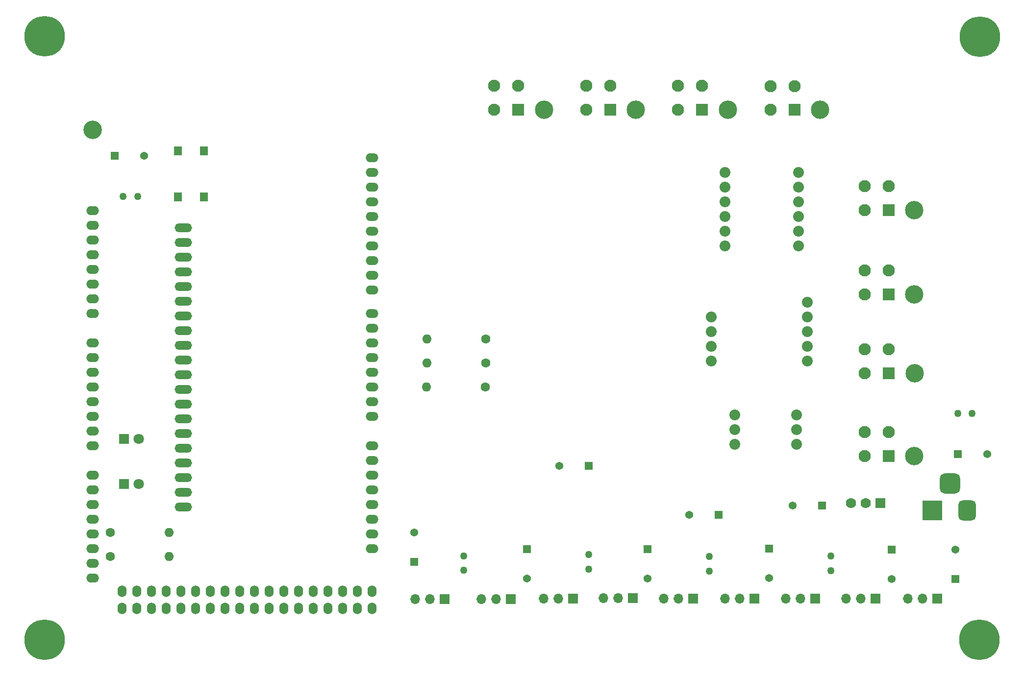
<source format=gts>
%TF.GenerationSoftware,KiCad,Pcbnew,7.0.7*%
%TF.CreationDate,2023-11-29T15:56:53-06:00*%
%TF.ProjectId,MDCM,4d44434d-2e6b-4696-9361-645f70636258,rev?*%
%TF.SameCoordinates,Original*%
%TF.FileFunction,Soldermask,Top*%
%TF.FilePolarity,Negative*%
%FSLAX46Y46*%
G04 Gerber Fmt 4.6, Leading zero omitted, Abs format (unit mm)*
G04 Created by KiCad (PCBNEW 7.0.7) date 2023-11-29 15:56:53*
%MOMM*%
%LPD*%
G01*
G04 APERTURE LIST*
G04 Aperture macros list*
%AMRoundRect*
0 Rectangle with rounded corners*
0 $1 Rounding radius*
0 $2 $3 $4 $5 $6 $7 $8 $9 X,Y pos of 4 corners*
0 Add a 4 corners polygon primitive as box body*
4,1,4,$2,$3,$4,$5,$6,$7,$8,$9,$2,$3,0*
0 Add four circle primitives for the rounded corners*
1,1,$1+$1,$2,$3*
1,1,$1+$1,$4,$5*
1,1,$1+$1,$6,$7*
1,1,$1+$1,$8,$9*
0 Add four rect primitives between the rounded corners*
20,1,$1+$1,$2,$3,$4,$5,0*
20,1,$1+$1,$4,$5,$6,$7,0*
20,1,$1+$1,$6,$7,$8,$9,0*
20,1,$1+$1,$8,$9,$2,$3,0*%
G04 Aperture macros list end*
%ADD10R,1.371600X1.371600*%
%ADD11C,1.371600*%
%ADD12R,1.700000X1.700000*%
%ADD13O,1.700000X1.700000*%
%ADD14C,3.197860*%
%ADD15O,2.199640X1.524000*%
%ADD16O,2.197100X1.524000*%
%ADD17O,1.539240X1.998980*%
%ADD18O,1.536700X1.998980*%
%ADD19C,3.180000*%
%ADD20R,2.100000X2.100000*%
%ADD21C,2.100000*%
%ADD22R,1.778000X1.778000*%
%ADD23C,1.778000*%
%ADD24C,7.000000*%
%ADD25C,1.600000*%
%ADD26O,1.600000X1.600000*%
%ADD27C,1.870000*%
%ADD28R,1.400000X1.600000*%
%ADD29R,1.800000X1.800000*%
%ADD30C,1.800000*%
%ADD31C,1.270000*%
%ADD32O,3.000000X1.500000*%
%ADD33R,3.500000X3.500000*%
%ADD34RoundRect,0.750000X0.750000X1.000000X-0.750000X1.000000X-0.750000X-1.000000X0.750000X-1.000000X0*%
%ADD35RoundRect,0.875000X0.875000X0.875000X-0.875000X0.875000X-0.875000X-0.875000X0.875000X-0.875000X0*%
G04 APERTURE END LIST*
D10*
%TO.C,C7*%
X234120000Y-133320000D03*
D11*
X234120000Y-128240000D03*
%TD*%
D12*
%TO.C,Zone 6*%
X199355000Y-136735000D03*
D13*
X196815000Y-136735000D03*
X194275000Y-136735000D03*
%TD*%
D10*
%TO.C,C10*%
X201910000Y-128080000D03*
D11*
X201910000Y-133160000D03*
%TD*%
D14*
%TO.C,J1*%
X85040000Y-55680000D03*
D15*
X85040000Y-69650000D03*
X85040000Y-72190000D03*
X85040000Y-74730000D03*
X85040000Y-77270000D03*
X85040000Y-79810000D03*
X85040000Y-82350000D03*
X85040000Y-84890000D03*
X85040000Y-87430000D03*
X85040000Y-92510000D03*
X85040000Y-95050000D03*
X85040000Y-97590000D03*
X85040000Y-100130000D03*
X85040000Y-102670000D03*
X85040000Y-105210000D03*
X85040000Y-107750000D03*
X85040000Y-110290000D03*
X85040000Y-115370000D03*
X85040000Y-117910000D03*
X85040000Y-120450000D03*
D16*
X85040000Y-122990000D03*
X85040000Y-125530000D03*
X85040000Y-128070000D03*
X85040000Y-130610000D03*
X85040000Y-133150000D03*
D17*
X90120000Y-135441080D03*
X92660000Y-135441080D03*
X95200000Y-135441080D03*
X97740000Y-135441080D03*
X100280000Y-135441080D03*
X102820000Y-135441080D03*
X105360000Y-135441080D03*
X107900000Y-135441080D03*
X110440000Y-135441080D03*
X112980000Y-135441080D03*
X115520000Y-135441080D03*
X118060000Y-135441080D03*
X120600000Y-135441080D03*
X123140000Y-135441080D03*
X125680000Y-135441080D03*
X128220000Y-135441080D03*
X130760000Y-135441080D03*
X133300000Y-135441080D03*
D18*
X90120000Y-138476380D03*
X92660000Y-138476380D03*
X95200000Y-138476380D03*
X97740000Y-138476380D03*
X100280000Y-138476380D03*
X102820000Y-138476380D03*
X105360000Y-138476380D03*
X107900000Y-138476380D03*
X110440000Y-138476380D03*
X112980000Y-138476380D03*
X115520000Y-138476380D03*
X118060000Y-138476380D03*
X120600000Y-138476380D03*
X123140000Y-138476380D03*
X125680000Y-138476380D03*
X128220000Y-138476380D03*
X130760000Y-138476380D03*
X133300000Y-138476380D03*
D16*
X133300000Y-128070000D03*
X133300000Y-125530000D03*
X133300000Y-122990000D03*
X133300000Y-120450000D03*
X133300000Y-117910000D03*
X133300000Y-115370000D03*
X133300000Y-112830000D03*
X133300000Y-110290000D03*
X133300000Y-105210000D03*
X133300000Y-102670000D03*
X133300000Y-100130000D03*
X133300000Y-97590000D03*
X133300000Y-95050000D03*
X133300000Y-92510000D03*
X133300000Y-89970000D03*
X133300000Y-87430000D03*
X133300000Y-83366000D03*
X133300000Y-80826000D03*
X133300000Y-78286000D03*
X133300000Y-75746000D03*
X133300000Y-73206000D03*
X133300000Y-70666000D03*
X133300000Y-68126000D03*
X133300000Y-65586000D03*
X133300000Y-63046000D03*
X133300000Y-60506000D03*
%TD*%
D10*
%TO.C,C11*%
X223080000Y-128250000D03*
D11*
X223080000Y-133330000D03*
%TD*%
D19*
%TO.C,Airflow sensor 8*%
X226980000Y-69580000D03*
D20*
X222530000Y-69580000D03*
D21*
X218390000Y-65440000D03*
X222530000Y-65440000D03*
X218390000Y-69580000D03*
%TD*%
D12*
%TO.C,Zone 4*%
X178410000Y-136700000D03*
D13*
X175870000Y-136700000D03*
X173330000Y-136700000D03*
%TD*%
D19*
%TO.C,Airflow sensor 7*%
X227000000Y-84140000D03*
D20*
X222550000Y-84140000D03*
D21*
X218410000Y-80000000D03*
X222550000Y-80000000D03*
X218410000Y-84140000D03*
%TD*%
D12*
%TO.C,Zone 8*%
X220285000Y-136735000D03*
D13*
X217745000Y-136735000D03*
X215205000Y-136735000D03*
%TD*%
D22*
%TO.C,U4*%
X221120000Y-120220000D03*
D23*
X218580000Y-120220000D03*
X216040000Y-120220000D03*
%TD*%
D10*
%TO.C,C8*%
X160060000Y-128219900D03*
D11*
X160060000Y-133299900D03*
%TD*%
D12*
%TO.C,Zone 3*%
X168070000Y-136730000D03*
D13*
X165530000Y-136730000D03*
X162990000Y-136730000D03*
%TD*%
D24*
%TO.C,H1*%
X76780000Y-39550000D03*
%TD*%
D19*
%TO.C,Airflow sensor 1*%
X163040000Y-52270000D03*
D20*
X158590000Y-52270000D03*
D21*
X154450000Y-48130000D03*
X158590000Y-48130000D03*
X154450000Y-52270000D03*
%TD*%
D25*
%TO.C,R4*%
X88090000Y-129450000D03*
D26*
X98250000Y-129450000D03*
%TD*%
D10*
%TO.C,C1*%
X234480000Y-111760000D03*
D11*
X239560000Y-111760000D03*
%TD*%
D27*
%TO.C,U5*%
X194260000Y-63060000D03*
X194260000Y-65600000D03*
X194260000Y-68140000D03*
X194260000Y-70680000D03*
X194260000Y-73220000D03*
X194260000Y-75760000D03*
X206960000Y-75760000D03*
X206960000Y-73220000D03*
X206960000Y-70680000D03*
X206960000Y-68140000D03*
X206960000Y-65600000D03*
X206960000Y-63060000D03*
%TD*%
D24*
%TO.C,H3*%
X238270000Y-143840000D03*
%TD*%
D19*
%TO.C,Airflow sensor 5*%
X227010000Y-112120000D03*
D20*
X222560000Y-112120000D03*
D21*
X218420000Y-107980000D03*
X222560000Y-107980000D03*
X218420000Y-112120000D03*
%TD*%
D28*
%TO.C,SW1*%
X104310000Y-59360000D03*
X104310000Y-67360000D03*
X99810000Y-59360000D03*
X99810000Y-67360000D03*
%TD*%
D19*
%TO.C,Airflow sensor 4*%
X210720000Y-52290000D03*
D20*
X206270000Y-52290000D03*
D21*
X202130000Y-48150000D03*
X206270000Y-48150000D03*
X202130000Y-52290000D03*
%TD*%
D24*
%TO.C,H2*%
X76780000Y-143830000D03*
%TD*%
D12*
%TO.C,Zone 1*%
X145890000Y-136870000D03*
D13*
X143350000Y-136870000D03*
X140810000Y-136870000D03*
%TD*%
D29*
%TO.C,D1*%
X90465000Y-109170000D03*
D30*
X93005000Y-109170000D03*
%TD*%
D31*
%TO.C,C2*%
X234490000Y-104720000D03*
X236990000Y-104720000D03*
%TD*%
D10*
%TO.C,C16*%
X211020100Y-120650000D03*
D11*
X205940100Y-120650000D03*
%TD*%
D27*
%TO.C,U6*%
X206690000Y-110080000D03*
X206690000Y-107540000D03*
X206690000Y-105000000D03*
X196022000Y-105025400D03*
X196022000Y-107565400D03*
X196022000Y-110105400D03*
%TD*%
%TO.C,U3*%
X191911200Y-88090300D03*
X191911200Y-90630300D03*
X191911200Y-93170300D03*
X191911200Y-95710300D03*
X208471200Y-95720300D03*
X208471200Y-93180300D03*
X208471200Y-90640300D03*
X208471200Y-88100300D03*
X208471200Y-85560300D03*
%TD*%
D31*
%TO.C,C15*%
X212580000Y-131900000D03*
X212580000Y-129400000D03*
%TD*%
D19*
%TO.C,Airflow sensor 6*%
X227030000Y-97780000D03*
D20*
X222580000Y-97780000D03*
D21*
X218440000Y-93640000D03*
X222580000Y-93640000D03*
X218440000Y-97780000D03*
%TD*%
D10*
%TO.C,C9*%
X180930000Y-128210000D03*
D11*
X180930000Y-133290000D03*
%TD*%
D12*
%TO.C,Plenum*%
X230955000Y-136725000D03*
D13*
X228415000Y-136725000D03*
X225875000Y-136725000D03*
%TD*%
D31*
%TO.C,C12*%
X149130000Y-131860000D03*
X149130000Y-129360000D03*
%TD*%
D32*
%TO.C,U7*%
X100760000Y-120909200D03*
X100760000Y-118369200D03*
X100760000Y-115829200D03*
X100760000Y-113289200D03*
X100760000Y-110749200D03*
X100760000Y-108209200D03*
X100760000Y-105669200D03*
X100760000Y-103129200D03*
X100760000Y-100589200D03*
X100760000Y-98049200D03*
X100760000Y-95509200D03*
X100760000Y-92969200D03*
X100760000Y-90429200D03*
X100760000Y-87889200D03*
X100734600Y-85349200D03*
X100734600Y-82809200D03*
X100734600Y-80269200D03*
X100734600Y-77729200D03*
X100734600Y-75189200D03*
X100734600Y-72649200D03*
%TD*%
D12*
%TO.C,Zone 2*%
X157290000Y-136800000D03*
D13*
X154750000Y-136800000D03*
X152210000Y-136800000D03*
%TD*%
D33*
%TO.C,J8*%
X230120000Y-121530000D03*
D34*
X236120000Y-121530000D03*
D35*
X233120000Y-116830000D03*
%TD*%
D12*
%TO.C,Zone 7*%
X209835000Y-136745000D03*
D13*
X207295000Y-136745000D03*
X204755000Y-136745000D03*
%TD*%
D19*
%TO.C,Airflow sensor 2*%
X178900000Y-52270000D03*
D20*
X174450000Y-52270000D03*
D21*
X170310000Y-48130000D03*
X174450000Y-48130000D03*
X170310000Y-52270000D03*
%TD*%
D10*
%TO.C,C5*%
X193220000Y-122300000D03*
D11*
X188140000Y-122300000D03*
%TD*%
D12*
%TO.C,Zone 5*%
X188825000Y-136735000D03*
D13*
X186285000Y-136735000D03*
X183745000Y-136735000D03*
%TD*%
D25*
%TO.C,R5*%
X88090000Y-125300000D03*
D26*
X98250000Y-125300000D03*
%TD*%
D31*
%TO.C,C18*%
X90320000Y-67260000D03*
X92820000Y-67260000D03*
%TD*%
%TO.C,C14*%
X191590000Y-131970000D03*
X191590000Y-129470000D03*
%TD*%
%TO.C,C13*%
X170730000Y-131640000D03*
X170730000Y-129140000D03*
%TD*%
D19*
%TO.C,Airflow sensor 3*%
X194760000Y-52280000D03*
D20*
X190310000Y-52280000D03*
D21*
X186170000Y-48140000D03*
X190310000Y-48140000D03*
X186170000Y-52280000D03*
%TD*%
D24*
%TO.C,H4*%
X238280000Y-39620000D03*
%TD*%
D10*
%TO.C,C4*%
X170770000Y-113790000D03*
D11*
X165690000Y-113790000D03*
%TD*%
D29*
%TO.C,D2*%
X90480000Y-116920000D03*
D30*
X93020000Y-116920000D03*
%TD*%
D10*
%TO.C,C3*%
X140620000Y-130360000D03*
D11*
X140620000Y-125280000D03*
%TD*%
D10*
%TO.C,C17*%
X88852200Y-60231900D03*
D11*
X93932200Y-60231900D03*
%TD*%
D25*
%TO.C,R3*%
X152920000Y-100140000D03*
D26*
X142760000Y-100140000D03*
%TD*%
D25*
%TO.C,R1*%
X152940000Y-91850000D03*
D26*
X142780000Y-91850000D03*
%TD*%
D25*
%TO.C,R2*%
X152930000Y-96030000D03*
D26*
X142770000Y-96030000D03*
%TD*%
M02*

</source>
